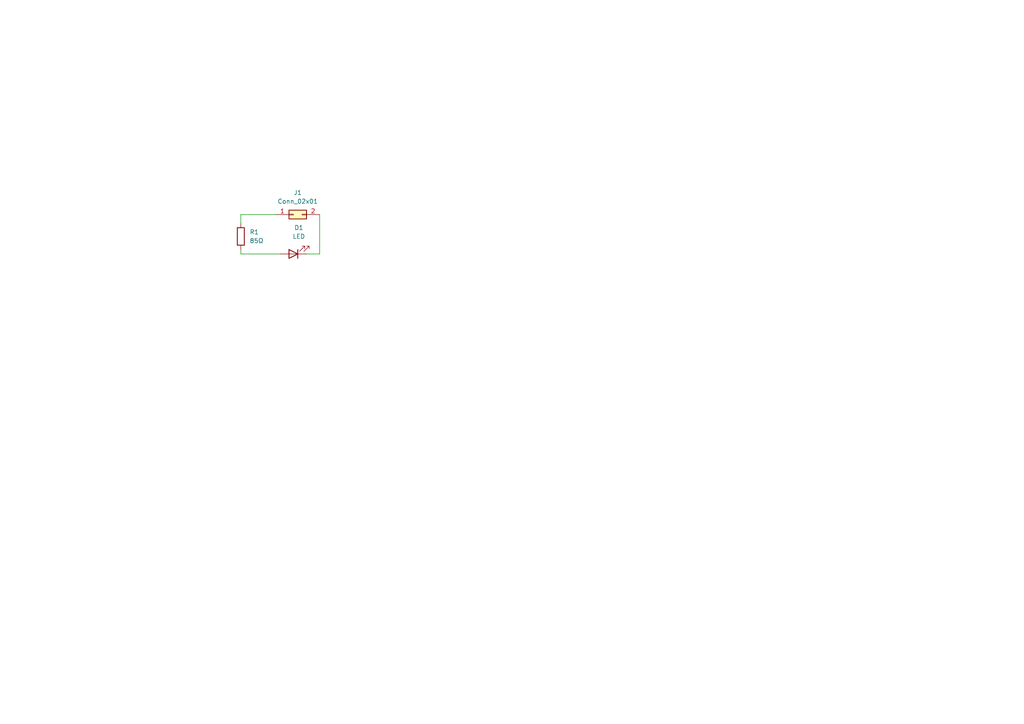
<source format=kicad_sch>
(kicad_sch (version 20231120) (generator "eeschema") (generator_version "8.0")
  (paper "A4")
  (lib_symbols
    (symbol "Connector_Generic:Conn_02x01" (pin_names (offset 1.016) hide)
      (property "Reference" "J" (at 1.27 2.54 0))
      (property "Value" "Conn_02x01" (at 1.27 -2.54 0))
      (symbol "Conn_02x01_1_1"
        (rectangle (start -1.27 0.127) (end 0 -0.127) (stroke (width 0.1524)))
        (rectangle (start -1.27 1.27) (end 3.81 -1.27) (stroke (width 0.254)) (fill (type background)))
        (rectangle (start 3.81 0.127) (end 2.54 -0.127) (stroke (width 0.1524)))
        (pin passive line (at -5.08 0 0) (length 3.81) (name "Pin_1") (number "1"))
        (pin passive line (at 7.62 0 180) (length 3.81) (name "Pin_2") (number "2"))
      )
    )
    (symbol "Device:LED" (pin_numbers hide) (pin_names (offset 1.016) hide)
      (property "Reference" "D" (at 0 2.54 0))
      (property "Value" "LED" (at 0 -2.54 0))
      (symbol "LED_0_1"
        (polyline (pts (xy -1.27 -1.27) (xy -1.27 1.27)) (stroke (width 0.254)))
        (polyline (pts (xy -1.27 0) (xy 1.27 0)))
        (polyline (pts (xy 1.27 -1.27) (xy 1.27 1.27) (xy -1.27 0) (xy 1.27 -1.27)) (stroke (width 0.254)))
        (polyline (pts (xy -3.048 -0.762) (xy -4.572 -2.286) (xy -3.81 -2.286) (xy -4.572 -2.286) (xy -4.572 -1.524)))
        (polyline (pts (xy -1.778 -0.762) (xy -3.302 -2.286) (xy -2.54 -2.286) (xy -3.302 -2.286) (xy -3.302 -1.524)))
      )
      (symbol "LED_1_1"
        (pin passive line (at -3.81 0 0) (length 2.54) (name "K") (number "1"))
        (pin passive line (at 3.81 0 180) (length 2.54) (name "A") (number "2"))
      )
    )
    (symbol "Device:R" (pin_numbers hide) (pin_names (offset 0))
      (property "Reference" "R" (at 2.032 0 90))
      (property "Value" "R" (at 0 0 90))
      (symbol "R_0_1"
        (rectangle (start -1.016 -2.54) (end 1.016 2.54) (stroke (width 0.254)))
      )
      (symbol "R_1_1"
        (pin passive line (at 0 3.81 270) (length 1.27) (name "~") (number "1"))
        (pin passive line (at 0 -3.81 90) (length 1.27) (name "~") (number "2"))
      )
    )
  )
  (wire (pts (xy 69.85 72.39) (xy 69.85 73.66)))
  (wire (pts (xy 92.71 73.66) (xy 92.71 62.23)))
  (wire (pts (xy 69.85 62.23) (xy 80.01 62.23)))
  (wire (pts (xy 69.85 73.66) (xy 81.28 73.66)))
  (wire (pts (xy 88.9 73.66) (xy 92.71 73.66)))
  (wire (pts (xy 69.85 64.77) (xy 69.85 62.23)))
  (symbol (lib_id "Connector_Generic:Conn_02x01") (at 85.09 62.23 0) (unit 1)
    (property "Reference" "J1" (at 86.36 55.88 0))
    (property "Value" "Conn_02x01" (at 86.36 58.42 0))
    (property "Footprint" "Connector_JST:JST_PH_S2B-PH-K_1x02_P2.00mm_Horizontal" (effects (hide yes)))
    (property "Description" "Generic connector, double row, 02x01, this symbol is compatible with counter-clockwise, top-bottom and odd-even numbering schemes., script generated (kicad-library-utils/schlib/autogen/connector/)" (effects (hide yes)))
  )
  (symbol (lib_id "Device:R") (at 69.85 68.58 0) (unit 1)
    (property "Reference" "R1" (at 72.39 67.3099 0) (effects (justify left)))
    (property "Value" "85Ω" (at 72.39 69.8499 0) (effects (justify left)))
    (property "Footprint" "Resistor_THT:R_Axial_DIN0207_L6.3mm_D2.5mm_P7.62mm_Horizontal" (effects (hide yes)))
    (property "Description" "Resistor" (effects (hide yes)))
  )
  (symbol (lib_id "Device:LED") (at 85.09 73.66 180) (unit 1)
    (property "Reference" "D1" (at 86.6775 66.04 0))
    (property "Value" "LED" (at 86.6775 68.58 0))
    (property "Footprint" "LED_THT:LED_D3.0mm" (effects (hide yes)))
    (property "Description" "Light emitting diode" (effects (hide yes)))
  )
)
</source>
